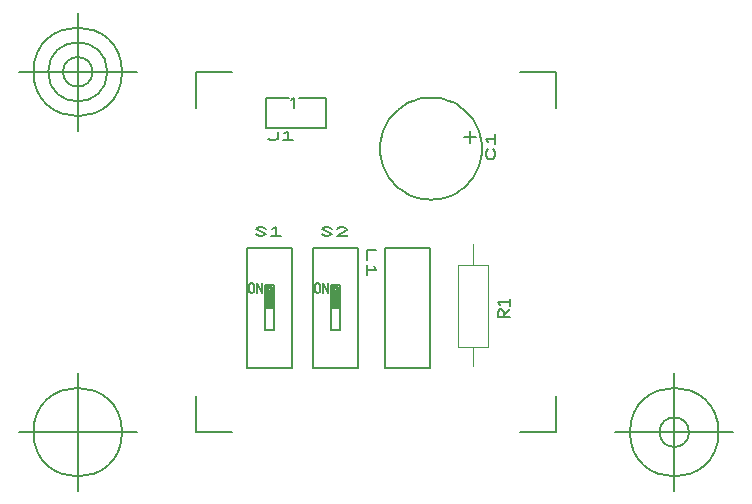
<source format=gbr>
G04 Generated by Ultiboard 14.3 *
%FSLAX34Y34*%
%MOMM*%

%ADD10C,0.0001*%
%ADD11C,0.2032*%
%ADD12C,0.1000*%
%ADD13C,0.1270*%


G04 ColorRGB FFFF00 for the following layer *
%LNSilkscreen Top*%
%LPD*%
G54D10*
G54D11*
X216100Y224254D02*
X217611Y221432D01*
X217611Y218609D01*
X216100Y215787D01*
X211564Y215787D01*
X210052Y218609D01*
X210052Y221432D01*
X211564Y224254D01*
X211564Y229898D02*
X210052Y232720D01*
X217611Y232720D01*
X217611Y228487D02*
X217611Y236954D01*
X120396Y224536D02*
X120560Y220773D01*
X121052Y217038D01*
X121867Y213360D01*
X123000Y209768D01*
X124442Y206287D01*
X126181Y202946D01*
X128205Y199769D01*
X130498Y196780D01*
X133043Y194003D01*
X135820Y191458D01*
X138809Y189165D01*
X141986Y187141D01*
X145327Y185402D01*
X148808Y183960D01*
X152400Y182827D01*
X156078Y182012D01*
X159813Y181520D01*
X163576Y181356D01*
X167339Y181520D01*
X171074Y182012D01*
X174752Y182827D01*
X178344Y183960D01*
X181825Y185402D01*
X185166Y187141D01*
X188343Y189165D01*
X191332Y191458D01*
X194109Y194003D01*
X196654Y196780D01*
X198947Y199769D01*
X200971Y202946D01*
X202710Y206287D01*
X204152Y209768D01*
X205285Y213360D01*
X206100Y217038D01*
X206592Y220773D01*
X206756Y224536D01*
X206592Y228299D01*
X206100Y232034D01*
X205285Y235712D01*
X204152Y239304D01*
X202710Y242785D01*
X200971Y246126D01*
X198947Y249303D01*
X196654Y252292D01*
X194109Y255069D01*
X191332Y257614D01*
X188343Y259907D01*
X185166Y261931D01*
X181825Y263670D01*
X178344Y265112D01*
X174752Y266245D01*
X171074Y267060D01*
X167339Y267552D01*
X163576Y267716D01*
X159813Y267552D01*
X156078Y267060D01*
X152400Y266245D01*
X148808Y265112D01*
X145327Y263670D01*
X141986Y261931D01*
X138809Y259907D01*
X135820Y257614D01*
X133043Y255069D01*
X130498Y252292D01*
X128205Y249303D01*
X126181Y246126D01*
X124442Y242785D01*
X123000Y239304D01*
X121867Y235712D01*
X121052Y232034D01*
X120560Y228299D01*
X120396Y224536D01*
X196596Y229616D02*
X196596Y239776D01*
X191516Y234696D02*
X201676Y234696D01*
X117184Y139152D02*
X109624Y139152D01*
X109624Y130686D01*
X115672Y125041D02*
X117184Y122219D01*
X109624Y122219D01*
X109624Y126452D02*
X109624Y117986D01*
X124206Y140716D02*
X124206Y39116D01*
X162306Y39116D02*
X162306Y140716D01*
X124206Y140716D01*
X162306Y39116D02*
X124206Y39116D01*
X15127Y151904D02*
X17949Y150392D01*
X20772Y150392D01*
X23594Y151904D01*
X15127Y156440D01*
X17949Y157952D01*
X20772Y157952D01*
X23594Y156440D01*
X29238Y156440D02*
X32060Y157952D01*
X32060Y150392D01*
X27827Y150392D02*
X36294Y150392D01*
X45466Y39116D02*
X7366Y39116D01*
X7366Y140716D02*
X45466Y140716D01*
X7366Y39116D02*
X7366Y140716D01*
X22606Y108966D02*
X22606Y70866D01*
X30226Y70866D02*
X30226Y108966D01*
X22606Y70866D02*
X30226Y70866D01*
X9482Y104733D02*
X9490Y104549D01*
X9514Y104365D01*
X9554Y104185D01*
X9610Y104009D01*
X9681Y103838D01*
X9766Y103675D01*
X9865Y103519D01*
X9978Y103372D01*
X10102Y103236D01*
X10238Y103112D01*
X10385Y102999D01*
X10541Y102900D01*
X10704Y102815D01*
X10875Y102744D01*
X11051Y102688D01*
X11231Y102648D01*
X11415Y102624D01*
X11599Y102616D01*
X11783Y102624D01*
X11967Y102648D01*
X12147Y102688D01*
X12323Y102744D01*
X12494Y102815D01*
X12657Y102900D01*
X12813Y102999D01*
X12960Y103112D01*
X13096Y103236D01*
X13220Y103372D01*
X13333Y103519D01*
X13432Y103675D01*
X13517Y103838D01*
X13588Y104009D01*
X13644Y104185D01*
X13684Y104365D01*
X13708Y104549D01*
X13716Y104733D01*
X13716Y108966D02*
X13708Y109150D01*
X13684Y109334D01*
X13644Y109514D01*
X13588Y109690D01*
X13517Y109861D01*
X13432Y110024D01*
X13333Y110180D01*
X13220Y110327D01*
X13096Y110463D01*
X12960Y110587D01*
X12813Y110700D01*
X12657Y110799D01*
X12494Y110884D01*
X12323Y110955D01*
X12147Y111011D01*
X11967Y111051D01*
X11783Y111075D01*
X11599Y111083D01*
X11415Y111075D01*
X11231Y111051D01*
X11051Y111011D01*
X10875Y110955D01*
X10704Y110884D01*
X10541Y110799D01*
X10385Y110700D01*
X10238Y110587D01*
X10102Y110463D01*
X9978Y110327D01*
X9865Y110180D01*
X9766Y110024D01*
X9681Y109861D01*
X9610Y109690D01*
X9554Y109514D01*
X9514Y109334D01*
X9490Y109150D01*
X9482Y108966D01*
X9483Y108966D02*
X9483Y104733D01*
X13716Y104733D02*
X13716Y108966D01*
X23876Y91186D02*
X23876Y107696D01*
X25146Y91186D02*
X25146Y106426D01*
X22606Y89916D02*
X30226Y89916D01*
X28956Y91186D02*
X26416Y91186D01*
X25146Y91186D01*
X28956Y92456D02*
X28956Y91186D01*
X28956Y107696D02*
X28956Y92456D01*
X26416Y92456D02*
X26416Y105156D01*
X27686Y106426D02*
X27686Y92456D01*
X26416Y92456D01*
X20066Y102616D02*
X15833Y111083D01*
X15833Y102616D01*
X20066Y111083D02*
X20066Y102616D01*
X30226Y108966D02*
X22606Y108966D01*
X23876Y107696D02*
X28956Y107696D01*
X25146Y106426D02*
X27686Y106426D01*
X45466Y140716D02*
X45466Y39116D01*
X25287Y232972D02*
X28109Y231461D01*
X30932Y231461D01*
X33754Y232972D01*
X33754Y239020D01*
X39398Y237508D02*
X42220Y239020D01*
X42220Y231461D01*
X37987Y231461D02*
X46454Y231461D01*
X74676Y242316D02*
X23876Y242316D01*
X42926Y267716D02*
X23876Y267716D01*
X23876Y242316D01*
X74676Y267716D02*
X51393Y267716D01*
X47159Y267716D02*
X47159Y259249D01*
X45043Y265599D02*
X47159Y267716D01*
X74676Y267716D02*
X74676Y242316D01*
X71007Y151904D02*
X73829Y150392D01*
X76652Y150392D01*
X79474Y151904D01*
X71007Y156440D01*
X73829Y157952D01*
X76652Y157952D01*
X79474Y156440D01*
X83707Y156440D02*
X86529Y157952D01*
X89352Y157952D01*
X92174Y156440D01*
X92174Y155684D01*
X83707Y150392D01*
X92174Y150392D01*
X92174Y151148D01*
X101346Y39116D02*
X63246Y39116D01*
X63246Y140716D02*
X101346Y140716D01*
X63246Y39116D02*
X63246Y140716D01*
X78486Y108966D02*
X78486Y70866D01*
X86106Y70866D02*
X86106Y108966D01*
X78486Y70866D02*
X86106Y70866D01*
X65362Y104733D02*
X65370Y104549D01*
X65394Y104365D01*
X65434Y104185D01*
X65490Y104009D01*
X65561Y103838D01*
X65646Y103675D01*
X65745Y103519D01*
X65858Y103372D01*
X65982Y103236D01*
X66118Y103112D01*
X66265Y102999D01*
X66421Y102900D01*
X66584Y102815D01*
X66755Y102744D01*
X66931Y102688D01*
X67111Y102648D01*
X67295Y102624D01*
X67479Y102616D01*
X67663Y102624D01*
X67847Y102648D01*
X68027Y102688D01*
X68203Y102744D01*
X68374Y102815D01*
X68537Y102900D01*
X68693Y102999D01*
X68840Y103112D01*
X68976Y103236D01*
X69100Y103372D01*
X69213Y103519D01*
X69312Y103675D01*
X69397Y103838D01*
X69468Y104009D01*
X69524Y104185D01*
X69564Y104365D01*
X69588Y104549D01*
X69596Y104733D01*
X69596Y108966D02*
X69588Y109150D01*
X69564Y109334D01*
X69524Y109514D01*
X69468Y109690D01*
X69397Y109861D01*
X69312Y110024D01*
X69213Y110180D01*
X69100Y110327D01*
X68976Y110463D01*
X68840Y110587D01*
X68693Y110700D01*
X68537Y110799D01*
X68374Y110884D01*
X68203Y110955D01*
X68027Y111011D01*
X67847Y111051D01*
X67663Y111075D01*
X67479Y111083D01*
X67295Y111075D01*
X67111Y111051D01*
X66931Y111011D01*
X66755Y110955D01*
X66584Y110884D01*
X66421Y110799D01*
X66265Y110700D01*
X66118Y110587D01*
X65982Y110463D01*
X65858Y110327D01*
X65745Y110180D01*
X65646Y110024D01*
X65561Y109861D01*
X65490Y109690D01*
X65434Y109514D01*
X65394Y109334D01*
X65370Y109150D01*
X65362Y108966D01*
X65363Y108966D02*
X65363Y104733D01*
X69596Y104733D02*
X69596Y108966D01*
X79756Y91186D02*
X79756Y107696D01*
X81026Y91186D02*
X81026Y106426D01*
X78486Y89916D02*
X86106Y89916D01*
X84836Y91186D02*
X82296Y91186D01*
X81026Y91186D01*
X84836Y92456D02*
X84836Y91186D01*
X84836Y107696D02*
X84836Y92456D01*
X82296Y92456D02*
X82296Y105156D01*
X83566Y106426D02*
X83566Y92456D01*
X82296Y92456D01*
X75946Y102616D02*
X71713Y111083D01*
X71713Y102616D01*
X75946Y111083D02*
X75946Y102616D01*
X86106Y108966D02*
X78486Y108966D01*
X79756Y107696D02*
X84836Y107696D01*
X81026Y106426D02*
X83566Y106426D01*
X101346Y140716D02*
X101346Y39116D01*
X230136Y82412D02*
X220136Y82412D01*
X220136Y86394D01*
X222136Y88385D01*
X223136Y88385D01*
X225136Y86394D01*
X225136Y82412D01*
X225136Y83407D02*
X230136Y88385D01*
X222136Y92367D02*
X220136Y94358D01*
X230136Y94358D01*
X230136Y91372D02*
X230136Y97345D01*
G54D12*
X186236Y56416D02*
X211736Y56416D01*
X211736Y126416D01*
X186236Y126416D01*
X186236Y56416D01*
X199136Y40416D02*
X199136Y56416D01*
X199136Y126416D02*
X199136Y143416D01*
G54D13*
X-35560Y-15520D02*
X-35560Y14988D01*
X-35560Y-15520D02*
X-5052Y-15520D01*
X269520Y-15520D02*
X239012Y-15520D01*
X269520Y-15520D02*
X269520Y14988D01*
X269520Y289560D02*
X269520Y259052D01*
X269520Y289560D02*
X239012Y289560D01*
X-35560Y289560D02*
X-5052Y289560D01*
X-35560Y289560D02*
X-35560Y259052D01*
X-85560Y-15520D02*
X-185560Y-15520D01*
X-135560Y-65520D02*
X-135560Y34480D01*
X-173060Y-15520D02*
G75*
D01*
G02X-173060Y-15520I37500J0*
G01*
X319520Y-15520D02*
X419520Y-15520D01*
X369520Y-65520D02*
X369520Y34480D01*
X332020Y-15520D02*
G75*
D01*
G02X332020Y-15520I37500J0*
G01*
X357020Y-15520D02*
G75*
D01*
G02X357020Y-15520I12500J0*
G01*
X-85560Y289560D02*
X-185560Y289560D01*
X-135560Y239560D02*
X-135560Y339560D01*
X-173060Y289560D02*
G75*
D01*
G02X-173060Y289560I37500J0*
G01*
X-160560Y289560D02*
G75*
D01*
G02X-160560Y289560I25000J0*
G01*
X-148060Y289560D02*
G75*
D01*
G02X-148060Y289560I12500J0*
G01*

M02*

</source>
